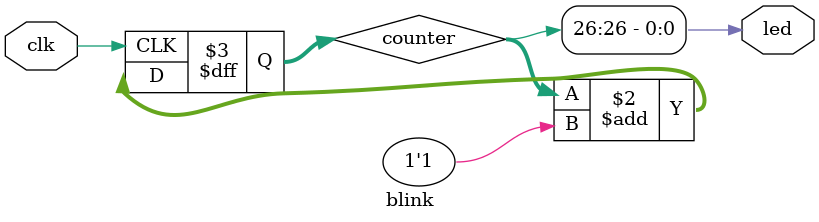
<source format=sv>
`default_nettype none

module blink (
    input wire      clk,
    output logic    led
);
    reg [26:0] counter;

    always @(posedge clk) counter <= counter + 1'b1;

    assign led = counter[26];
endmodule
</source>
